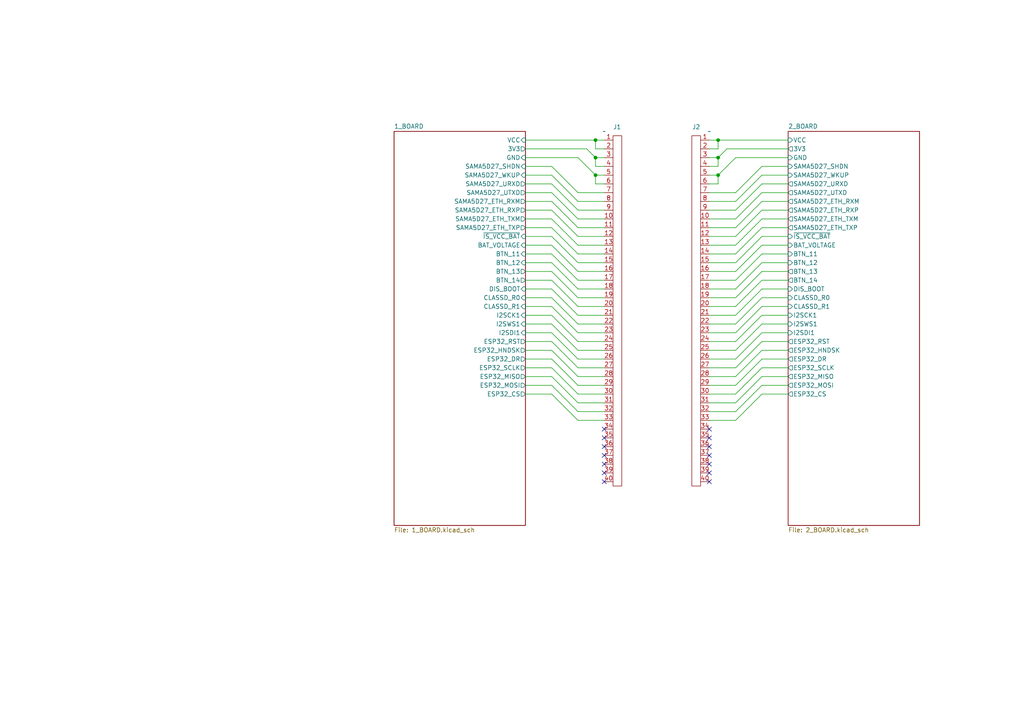
<source format=kicad_sch>
(kicad_sch (version 20230121) (generator eeschema)
  (paper "A4")
  (lib_symbols
    (symbol "a5d27_handheld_console:CONN_FEMALE" (pin_names hide)
      (property "Reference" "J" (at 0 40.005 0))
      (symbol "CONN_FEMALE_0_1"
        (rectangle (start 1.27 38.1) (end 3.81 -63.5))
      )
      (symbol "CONN_FEMALE_1_1"
        (pin input line (at -1.27 36.83 0) (length 2.54) (name "") (number "1"))
        (pin input line (at -1.27 13.97 0) (length 2.54) (name "") (number "10"))
        (pin input line (at -1.27 11.43 0) (length 2.54) (name "") (number "11"))
        (pin input line (at -1.27 8.89 0) (length 2.54) (name "") (number "12"))
        (pin input line (at -1.27 6.35 0) (length 2.54) (name "") (number "13"))
        (pin input line (at -1.27 3.81 0) (length 2.54) (name "") (number "14"))
        (pin input line (at -1.27 1.27 0) (length 2.54) (name "") (number "15"))
        (pin input line (at -1.27 -1.27 0) (length 2.54) (name "") (number "16"))
        (pin input line (at -1.27 -3.81 0) (length 2.54) (name "") (number "17"))
        (pin input line (at -1.27 -6.35 0) (length 2.54) (name "") (number "18"))
        (pin input line (at -1.27 -8.89 0) (length 2.54) (name "") (number "19"))
        (pin input line (at -1.27 34.29 0) (length 2.54) (name "") (number "2"))
        (pin input line (at -1.27 -11.43 0) (length 2.54) (name "") (number "20"))
        (pin input line (at -1.27 -13.97 0) (length 2.54) (name "") (number "21"))
        (pin input line (at -1.27 -16.51 0) (length 2.54) (name "") (number "22"))
        (pin input line (at -1.27 -19.05 0) (length 2.54) (name "") (number "23"))
        (pin input line (at -1.27 -21.59 0) (length 2.54) (name "") (number "24"))
        (pin input line (at -1.27 -24.13 0) (length 2.54) (name "") (number "25"))
        (pin input line (at -1.27 -26.67 0) (length 2.54) (name "") (number "26"))
        (pin input line (at -1.27 -29.21 0) (length 2.54) (name "") (number "27"))
        (pin input line (at -1.27 -31.75 0) (length 2.54) (name "") (number "28"))
        (pin input line (at -1.27 -34.29 0) (length 2.54) (name "") (number "29"))
        (pin input line (at -1.27 31.75 0) (length 2.54) (name "") (number "3"))
        (pin input line (at -1.27 -36.83 0) (length 2.54) (name "") (number "30"))
        (pin input line (at -1.27 -39.37 0) (length 2.54) (name "") (number "31"))
        (pin input line (at -1.27 -41.91 0) (length 2.54) (name "") (number "32"))
        (pin input line (at -1.27 -44.45 0) (length 2.54) (name "") (number "33"))
        (pin input line (at -1.27 -46.99 0) (length 2.54) (name "") (number "34"))
        (pin input line (at -1.27 -49.53 0) (length 2.54) (name "") (number "35"))
        (pin input line (at -1.27 -52.07 0) (length 2.54) (name "") (number "36"))
        (pin input line (at -1.27 -54.61 0) (length 2.54) (name "") (number "37"))
        (pin input line (at -1.27 -57.15 0) (length 2.54) (name "") (number "38"))
        (pin input line (at -1.27 -59.69 0) (length 2.54) (name "") (number "39"))
        (pin input line (at -1.27 29.21 0) (length 2.54) (name "") (number "4"))
        (pin input line (at -1.27 -62.23 0) (length 2.54) (name "") (number "40"))
        (pin input line (at -1.27 26.67 0) (length 2.54) (name "") (number "5"))
        (pin input line (at -1.27 24.13 0) (length 2.54) (name "") (number "6"))
        (pin input line (at -1.27 21.59 0) (length 2.54) (name "") (number "7"))
        (pin input line (at -1.27 19.05 0) (length 2.54) (name "") (number "8"))
        (pin input line (at -1.27 16.51 0) (length 2.54) (name "") (number "9"))
      )
    )
    (symbol "a5d27_handheld_console:CONN_MALE" (pin_names hide)
      (property "Reference" "J" (at 0 40.005 0))
      (symbol "CONN_MALE_0_1"
        (rectangle (start 1.27 38.1) (end 3.81 -63.5))
      )
      (symbol "CONN_MALE_1_1"
        (pin input line (at -1.27 36.83 0) (length 2.54) (name "") (number "1"))
        (pin input line (at -1.27 13.97 0) (length 2.54) (name "") (number "10"))
        (pin input line (at -1.27 11.43 0) (length 2.54) (name "") (number "11"))
        (pin input line (at -1.27 8.89 0) (length 2.54) (name "") (number "12"))
        (pin input line (at -1.27 6.35 0) (length 2.54) (name "") (number "13"))
        (pin input line (at -1.27 3.81 0) (length 2.54) (name "") (number "14"))
        (pin input line (at -1.27 1.27 0) (length 2.54) (name "") (number "15"))
        (pin input line (at -1.27 -1.27 0) (length 2.54) (name "") (number "16"))
        (pin input line (at -1.27 -3.81 0) (length 2.54) (name "") (number "17"))
        (pin input line (at -1.27 -6.35 0) (length 2.54) (name "") (number "18"))
        (pin input line (at -1.27 -8.89 0) (length 2.54) (name "") (number "19"))
        (pin input line (at -1.27 34.29 0) (length 2.54) (name "") (number "2"))
        (pin input line (at -1.27 -11.43 0) (length 2.54) (name "") (number "20"))
        (pin input line (at -1.27 -13.97 0) (length 2.54) (name "") (number "21"))
        (pin input line (at -1.27 -16.51 0) (length 2.54) (name "") (number "22"))
        (pin input line (at -1.27 -19.05 0) (length 2.54) (name "") (number "23"))
        (pin input line (at -1.27 -21.59 0) (length 2.54) (name "") (number "24"))
        (pin input line (at -1.27 -24.13 0) (length 2.54) (name "") (number "25"))
        (pin input line (at -1.27 -26.67 0) (length 2.54) (name "") (number "26"))
        (pin input line (at -1.27 -29.21 0) (length 2.54) (name "") (number "27"))
        (pin input line (at -1.27 -31.75 0) (length 2.54) (name "") (number "28"))
        (pin input line (at -1.27 -34.29 0) (length 2.54) (name "") (number "29"))
        (pin input line (at -1.27 31.75 0) (length 2.54) (name "") (number "3"))
        (pin input line (at -1.27 -36.83 0) (length 2.54) (name "") (number "30"))
        (pin input line (at -1.27 -39.37 0) (length 2.54) (name "") (number "31"))
        (pin input line (at -1.27 -41.91 0) (length 2.54) (name "") (number "32"))
        (pin input line (at -1.27 -44.45 0) (length 2.54) (name "") (number "33"))
        (pin input line (at -1.27 -46.99 0) (length 2.54) (name "") (number "34"))
        (pin input line (at -1.27 -49.53 0) (length 2.54) (name "") (number "35"))
        (pin input line (at -1.27 -52.07 0) (length 2.54) (name "") (number "36"))
        (pin input line (at -1.27 -54.61 0) (length 2.54) (name "") (number "37"))
        (pin input line (at -1.27 -57.15 0) (length 2.54) (name "") (number "38"))
        (pin input line (at -1.27 -59.69 0) (length 2.54) (name "") (number "39"))
        (pin input line (at -1.27 29.21 0) (length 2.54) (name "") (number "4"))
        (pin input line (at -1.27 -62.23 0) (length 2.54) (name "") (number "40"))
        (pin input line (at -1.27 26.67 0) (length 2.54) (name "") (number "5"))
        (pin input line (at -1.27 24.13 0) (length 2.54) (name "") (number "6"))
        (pin input line (at -1.27 21.59 0) (length 2.54) (name "") (number "7"))
        (pin input line (at -1.27 19.05 0) (length 2.54) (name "") (number "8"))
        (pin input line (at -1.27 16.51 0) (length 2.54) (name "") (number "9"))
      )
    )
  )
  (junction (at 208.28 40.64))
  (junction (at 172.72 50.8))
  (junction (at 208.28 45.72))
  (junction (at 172.72 40.64))
  (junction (at 208.28 50.8))
  (junction (at 172.72 45.72))
  (no_connect (at 205.74 134.62))
  (no_connect (at 175.26 132.08))
  (no_connect (at 175.26 129.54))
  (no_connect (at 175.26 139.7))
  (no_connect (at 205.74 124.46))
  (no_connect (at 205.74 139.7))
  (no_connect (at 205.74 137.16))
  (no_connect (at 175.26 137.16))
  (no_connect (at 175.26 134.62))
  (no_connect (at 175.26 124.46))
  (no_connect (at 205.74 127))
  (no_connect (at 205.74 129.54))
  (no_connect (at 205.74 132.08))
  (no_connect (at 175.26 127))
  (wire (pts (xy 205.74 40.64) (xy 208.28 40.64)))
  (wire (pts (xy 220.98 55.88) (xy 228.6 55.88)))
  (wire (pts (xy 175.26 119.38) (xy 167.64 119.38)))
  (wire (pts (xy 175.26 86.36) (xy 167.64 86.36)))
  (wire (pts (xy 175.26 40.64) (xy 172.72 40.64)))
  (wire (pts (xy 213.36 86.36) (xy 220.98 78.74)))
  (wire (pts (xy 175.26 55.88) (xy 167.64 55.88)))
  (wire (pts (xy 172.72 45.72) (xy 170.18 43.18)))
  (wire (pts (xy 167.64 66.04) (xy 160.02 58.42)))
  (wire (pts (xy 172.72 50.8) (xy 172.72 53.34)))
  (wire (pts (xy 172.72 45.72) (xy 172.72 48.26)))
  (wire (pts (xy 208.28 45.72) (xy 210.82 43.18)))
  (wire (pts (xy 213.36 58.42) (xy 220.98 50.8)))
  (wire (pts (xy 167.64 91.44) (xy 160.02 83.82)))
  (wire (pts (xy 160.02 76.2) (xy 152.4 76.2)))
  (wire (pts (xy 175.26 78.74) (xy 167.64 78.74)))
  (wire (pts (xy 220.98 58.42) (xy 228.6 58.42)))
  (wire (pts (xy 220.98 101.6) (xy 228.6 101.6)))
  (wire (pts (xy 205.74 101.6) (xy 213.36 101.6)))
  (wire (pts (xy 175.26 104.14) (xy 167.64 104.14)))
  (wire (pts (xy 220.98 96.52) (xy 228.6 96.52)))
  (wire (pts (xy 175.26 63.5) (xy 167.64 63.5)))
  (wire (pts (xy 205.74 119.38) (xy 213.36 119.38)))
  (wire (pts (xy 175.26 96.52) (xy 167.64 96.52)))
  (wire (pts (xy 205.74 88.9) (xy 213.36 88.9)))
  (wire (pts (xy 205.74 86.36) (xy 213.36 86.36)))
  (wire (pts (xy 167.64 111.76) (xy 160.02 104.14)))
  (wire (pts (xy 210.82 43.18) (xy 228.6 43.18)))
  (wire (pts (xy 160.02 66.04) (xy 152.4 66.04)))
  (wire (pts (xy 205.74 111.76) (xy 213.36 111.76)))
  (wire (pts (xy 175.26 91.44) (xy 167.64 91.44)))
  (wire (pts (xy 160.02 48.26) (xy 152.4 48.26)))
  (wire (pts (xy 175.26 121.92) (xy 167.64 121.92)))
  (wire (pts (xy 160.02 53.34) (xy 152.4 53.34)))
  (wire (pts (xy 175.26 66.04) (xy 167.64 66.04)))
  (wire (pts (xy 220.98 83.82) (xy 228.6 83.82)))
  (wire (pts (xy 220.98 91.44) (xy 228.6 91.44)))
  (wire (pts (xy 175.26 114.3) (xy 167.64 114.3)))
  (wire (pts (xy 167.64 104.14) (xy 160.02 96.52)))
  (wire (pts (xy 220.98 93.98) (xy 228.6 93.98)))
  (wire (pts (xy 205.74 114.3) (xy 213.36 114.3)))
  (wire (pts (xy 213.36 114.3) (xy 220.98 106.68)))
  (wire (pts (xy 172.72 40.64) (xy 172.72 43.18)))
  (wire (pts (xy 160.02 104.14) (xy 152.4 104.14)))
  (wire (pts (xy 175.26 60.96) (xy 167.64 60.96)))
  (wire (pts (xy 175.26 109.22) (xy 167.64 109.22)))
  (wire (pts (xy 167.64 68.58) (xy 160.02 60.96)))
  (wire (pts (xy 175.26 45.72) (xy 172.72 45.72)))
  (wire (pts (xy 213.36 99.06) (xy 220.98 91.44)))
  (wire (pts (xy 213.36 119.38) (xy 220.98 111.76)))
  (wire (pts (xy 213.36 60.96) (xy 220.98 53.34)))
  (wire (pts (xy 213.36 71.12) (xy 220.98 63.5)))
  (wire (pts (xy 205.74 83.82) (xy 213.36 83.82)))
  (wire (pts (xy 160.02 81.28) (xy 152.4 81.28)))
  (wire (pts (xy 175.26 88.9) (xy 167.64 88.9)))
  (wire (pts (xy 220.98 76.2) (xy 228.6 76.2)))
  (wire (pts (xy 205.74 58.42) (xy 213.36 58.42)))
  (wire (pts (xy 167.64 114.3) (xy 160.02 106.68)))
  (wire (pts (xy 175.26 48.26) (xy 172.72 48.26)))
  (wire (pts (xy 175.26 68.58) (xy 167.64 68.58)))
  (wire (pts (xy 220.98 106.68) (xy 228.6 106.68)))
  (wire (pts (xy 160.02 114.3) (xy 152.4 114.3)))
  (wire (pts (xy 160.02 93.98) (xy 152.4 93.98)))
  (wire (pts (xy 205.74 78.74) (xy 213.36 78.74)))
  (wire (pts (xy 175.26 111.76) (xy 167.64 111.76)))
  (wire (pts (xy 213.36 101.6) (xy 220.98 93.98)))
  (wire (pts (xy 213.36 63.5) (xy 220.98 55.88)))
  (wire (pts (xy 167.64 78.74) (xy 160.02 71.12)))
  (wire (pts (xy 220.98 73.66) (xy 228.6 73.66)))
  (wire (pts (xy 205.74 93.98) (xy 213.36 93.98)))
  (wire (pts (xy 220.98 114.3) (xy 228.6 114.3)))
  (wire (pts (xy 167.64 76.2) (xy 160.02 68.58)))
  (wire (pts (xy 213.36 91.44) (xy 220.98 83.82)))
  (wire (pts (xy 220.98 99.06) (xy 228.6 99.06)))
  (wire (pts (xy 213.36 96.52) (xy 220.98 88.9)))
  (wire (pts (xy 167.64 121.92) (xy 160.02 114.3)))
  (wire (pts (xy 160.02 60.96) (xy 152.4 60.96)))
  (wire (pts (xy 220.98 81.28) (xy 228.6 81.28)))
  (wire (pts (xy 160.02 88.9) (xy 152.4 88.9)))
  (wire (pts (xy 220.98 109.22) (xy 228.6 109.22)))
  (wire (pts (xy 213.36 109.22) (xy 220.98 101.6)))
  (wire (pts (xy 213.36 83.82) (xy 220.98 76.2)))
  (wire (pts (xy 175.26 58.42) (xy 167.64 58.42)))
  (wire (pts (xy 208.28 40.64) (xy 208.28 43.18)))
  (wire (pts (xy 160.02 99.06) (xy 152.4 99.06)))
  (wire (pts (xy 160.02 83.82) (xy 152.4 83.82)))
  (wire (pts (xy 205.74 55.88) (xy 213.36 55.88)))
  (wire (pts (xy 220.98 71.12) (xy 228.6 71.12)))
  (wire (pts (xy 175.26 116.84) (xy 167.64 116.84)))
  (wire (pts (xy 167.64 86.36) (xy 160.02 78.74)))
  (wire (pts (xy 175.26 76.2) (xy 167.64 76.2)))
  (wire (pts (xy 220.98 48.26) (xy 228.6 48.26)))
  (wire (pts (xy 205.74 53.34) (xy 208.28 53.34)))
  (wire (pts (xy 167.64 96.52) (xy 160.02 88.9)))
  (wire (pts (xy 220.98 88.9) (xy 228.6 88.9)))
  (wire (pts (xy 160.02 78.74) (xy 152.4 78.74)))
  (wire (pts (xy 213.36 73.66) (xy 220.98 66.04)))
  (wire (pts (xy 205.74 109.22) (xy 213.36 109.22)))
  (wire (pts (xy 213.36 106.68) (xy 220.98 99.06)))
  (wire (pts (xy 213.36 111.76) (xy 220.98 104.14)))
  (wire (pts (xy 160.02 101.6) (xy 152.4 101.6)))
  (wire (pts (xy 205.74 121.92) (xy 213.36 121.92)))
  (wire (pts (xy 220.98 50.8) (xy 228.6 50.8)))
  (wire (pts (xy 175.26 71.12) (xy 167.64 71.12)))
  (wire (pts (xy 213.36 68.58) (xy 220.98 60.96)))
  (wire (pts (xy 175.26 81.28) (xy 167.64 81.28)))
  (wire (pts (xy 208.28 40.64) (xy 228.6 40.64)))
  (wire (pts (xy 205.74 76.2) (xy 213.36 76.2)))
  (wire (pts (xy 213.36 104.14) (xy 220.98 96.52)))
  (wire (pts (xy 167.64 60.96) (xy 160.02 53.34)))
  (wire (pts (xy 220.98 63.5) (xy 228.6 63.5)))
  (wire (pts (xy 220.98 60.96) (xy 228.6 60.96)))
  (wire (pts (xy 167.64 99.06) (xy 160.02 91.44)))
  (wire (pts (xy 220.98 66.04) (xy 228.6 66.04)))
  (wire (pts (xy 160.02 86.36) (xy 152.4 86.36)))
  (wire (pts (xy 167.64 63.5) (xy 160.02 55.88)))
  (wire (pts (xy 205.74 45.72) (xy 208.28 45.72)))
  (wire (pts (xy 205.74 50.8) (xy 208.28 50.8)))
  (wire (pts (xy 205.74 63.5) (xy 213.36 63.5)))
  (wire (pts (xy 208.28 50.8) (xy 208.28 53.34)))
  (wire (pts (xy 220.98 104.14) (xy 228.6 104.14)))
  (wire (pts (xy 167.64 88.9) (xy 160.02 81.28)))
  (wire (pts (xy 213.36 66.04) (xy 220.98 58.42)))
  (wire (pts (xy 167.64 119.38) (xy 160.02 111.76)))
  (wire (pts (xy 220.98 53.34) (xy 228.6 53.34)))
  (wire (pts (xy 213.36 55.88) (xy 220.98 48.26)))
  (wire (pts (xy 167.64 83.82) (xy 160.02 76.2)))
  (wire (pts (xy 220.98 78.74) (xy 228.6 78.74)))
  (wire (pts (xy 208.28 45.72) (xy 208.28 48.26)))
  (wire (pts (xy 205.74 106.68) (xy 213.36 106.68)))
  (wire (pts (xy 160.02 68.58) (xy 152.4 68.58)))
  (wire (pts (xy 205.74 96.52) (xy 213.36 96.52)))
  (wire (pts (xy 213.36 116.84) (xy 220.98 109.22)))
  (wire (pts (xy 213.36 93.98) (xy 220.98 86.36)))
  (wire (pts (xy 172.72 40.64) (xy 152.4 40.64)))
  (wire (pts (xy 175.26 101.6) (xy 167.64 101.6)))
  (wire (pts (xy 205.74 68.58) (xy 213.36 68.58)))
  (wire (pts (xy 175.26 53.34) (xy 172.72 53.34)))
  (wire (pts (xy 167.64 73.66) (xy 160.02 66.04)))
  (wire (pts (xy 213.36 81.28) (xy 220.98 73.66)))
  (wire (pts (xy 160.02 55.88) (xy 152.4 55.88)))
  (wire (pts (xy 208.28 50.8) (xy 213.36 45.72)))
  (wire (pts (xy 220.98 111.76) (xy 228.6 111.76)))
  (wire (pts (xy 160.02 111.76) (xy 152.4 111.76)))
  (wire (pts (xy 160.02 106.68) (xy 152.4 106.68)))
  (wire (pts (xy 205.74 71.12) (xy 213.36 71.12)))
  (wire (pts (xy 172.72 50.8) (xy 167.64 45.72)))
  (wire (pts (xy 205.74 116.84) (xy 213.36 116.84)))
  (wire (pts (xy 167.64 81.28) (xy 160.02 73.66)))
  (wire (pts (xy 160.02 58.42) (xy 152.4 58.42)))
  (wire (pts (xy 213.36 88.9) (xy 220.98 81.28)))
  (wire (pts (xy 167.64 58.42) (xy 160.02 50.8)))
  (wire (pts (xy 167.64 106.68) (xy 160.02 99.06)))
  (wire (pts (xy 175.26 43.18) (xy 172.72 43.18)))
  (wire (pts (xy 175.26 93.98) (xy 167.64 93.98)))
  (wire (pts (xy 160.02 109.22) (xy 152.4 109.22)))
  (wire (pts (xy 167.64 116.84) (xy 160.02 109.22)))
  (wire (pts (xy 175.26 106.68) (xy 167.64 106.68)))
  (wire (pts (xy 167.64 109.22) (xy 160.02 101.6)))
  (wire (pts (xy 213.36 45.72) (xy 228.6 45.72)))
  (wire (pts (xy 213.36 78.74) (xy 220.98 71.12)))
  (wire (pts (xy 167.64 93.98) (xy 160.02 86.36)))
  (wire (pts (xy 175.26 50.8) (xy 172.72 50.8)))
  (wire (pts (xy 160.02 73.66) (xy 152.4 73.66)))
  (wire (pts (xy 175.26 73.66) (xy 167.64 73.66)))
  (wire (pts (xy 152.4 43.18) (xy 170.18 43.18)))
  (wire (pts (xy 160.02 71.12) (xy 152.4 71.12)))
  (wire (pts (xy 205.74 60.96) (xy 213.36 60.96)))
  (wire (pts (xy 205.74 99.06) (xy 213.36 99.06)))
  (wire (pts (xy 152.4 45.72) (xy 167.64 45.72)))
  (wire (pts (xy 167.64 55.88) (xy 160.02 48.26)))
  (wire (pts (xy 175.26 83.82) (xy 167.64 83.82)))
  (wire (pts (xy 167.64 101.6) (xy 160.02 93.98)))
  (wire (pts (xy 160.02 96.52) (xy 152.4 96.52)))
  (wire (pts (xy 167.64 71.12) (xy 160.02 63.5)))
  (wire (pts (xy 220.98 68.58) (xy 228.6 68.58)))
  (wire (pts (xy 160.02 91.44) (xy 152.4 91.44)))
  (wire (pts (xy 205.74 81.28) (xy 213.36 81.28)))
  (wire (pts (xy 175.26 99.06) (xy 167.64 99.06)))
  (wire (pts (xy 205.74 48.26) (xy 208.28 48.26)))
  (wire (pts (xy 205.74 73.66) (xy 213.36 73.66)))
  (wire (pts (xy 160.02 63.5) (xy 152.4 63.5)))
  (wire (pts (xy 213.36 76.2) (xy 220.98 68.58)))
  (wire (pts (xy 205.74 104.14) (xy 213.36 104.14)))
  (wire (pts (xy 220.98 86.36) (xy 228.6 86.36)))
  (wire (pts (xy 205.74 91.44) (xy 213.36 91.44)))
  (wire (pts (xy 160.02 50.8) (xy 152.4 50.8)))
  (wire (pts (xy 213.36 121.92) (xy 220.98 114.3)))
  (wire (pts (xy 205.74 43.18) (xy 208.28 43.18)))
  (wire (pts (xy 205.74 66.04) (xy 213.36 66.04)))
  (symbol (lib_id "a5d27_handheld_console:CONN_MALE") (at 176.53 77.47 0) (unit 1)
    (property "Reference" "J1" (at 177.8 36.83 0) (effects (justify left)))
    (property "Value" "~" (at 175.26 38.1 0))
    (property "Footprint" "a5d27_handheld_console:CONN_MALE" (effects hide))
  )
  (symbol (lib_id "a5d27_handheld_console:CONN_FEMALE") (at 204.47 77.47 0) (mirror y) (unit 1)
    (property "Reference" "J2" (at 201.93 36.83 0))
    (property "Value" "~" (at 205.74 38.1 0))
    (property "Footprint" "a5d27_handheld_console:CONN_FEMALE" (effects hide))
  )
  (sheet (at 228.6 38.1) (size 38.1 114.3) (stroke (width 0.1524))
    (property "Sheetname" "2_BOARD" (at 228.6 37.3884 0) (effects (justify left bottom)))
    (property "Sheetfile" "2_BOARD.kicad_sch" (at 228.6 152.9846 0) (effects (justify left top)))
    (pin "SAMA5D27_UTXD" output (at 228.6 55.88 180))
    (pin "SAMA5D27_URXD" output (at 228.6 53.34 180))
    (pin "VCC" input (at 228.6 40.64 180))
    (pin "BTN_11" input (at 228.6 73.66 180))
    (pin "~{IS_VCC_BAT}" input (at 228.6 68.58 180))
    (pin "SAMA5D27_ETH_RXP" output (at 228.6 60.96 180))
    (pin "SAMA5D27_ETH_RXM" output (at 228.6 58.42 180))
    (pin "SAMA5D27_ETH_TXP" output (at 228.6 66.04 180))
    (pin "SAMA5D27_ETH_TXM" output (at 228.6 63.5 180))
    (pin "BAT_VOLTAGE" input (at 228.6 71.12 180))
    (pin "3V3" output (at 228.6 43.18 180))
    (pin "SAMA5D27_WKUP" input (at 228.6 50.8 180))
    (pin "GND" input (at 228.6 45.72 180))
    (pin "SAMA5D27_SHDN" input (at 228.6 48.26 180))
    (pin "DIS_BOOT" input (at 228.6 83.82 180))
    (pin "BTN_12" input (at 228.6 76.2 180))
    (pin "BTN_13" output (at 228.6 78.74 180))
    (pin "BTN_14" output (at 228.6 81.28 180))
    (pin "CLASSD_R0" input (at 228.6 86.36 180))
    (pin "I2SCK1" input (at 228.6 91.44 180))
    (pin "CLASSD_R1" input (at 228.6 88.9 180))
    (pin "I2SDI1" input (at 228.6 96.52 180))
    (pin "I2SWS1" input (at 228.6 93.98 180))
    (pin "ESP32_HNDSK" output (at 228.6 101.6 180))
    (pin "ESP32_RST" output (at 228.6 99.06 180))
    (pin "ESP32_MOSI" output (at 228.6 111.76 180))
    (pin "ESP32_CS" output (at 228.6 114.3 180))
    (pin "ESP32_SCLK" output (at 228.6 106.68 180))
    (pin "ESP32_DR" output (at 228.6 104.14 180))
    (pin "ESP32_MISO" output (at 228.6 109.22 180))
  )
  (sheet (at 114.3 38.1) (size 38.1 114.3) (stroke (width 0.1524))
    (property "Sheetname" "1_BOARD" (at 114.3 37.3884 0) (effects (justify left bottom)))
    (property "Sheetfile" "1_BOARD.kicad_sch" (at 114.3 152.9846 0) (effects (justify left top)))
    (pin "GND" input (at 152.4 45.72 0))
    (pin "3V3" output (at 152.4 43.18 0))
    (pin "~{IS_VCC_BAT}" input (at 152.4 68.58 0))
    (pin "BTN_12" input (at 152.4 76.2 0))
    (pin "BTN_11" input (at 152.4 73.66 0))
    (pin "VCC" input (at 152.4 40.64 0))
    (pin "BAT_VOLTAGE" input (at 152.4 71.12 0))
    (pin "DIS_BOOT" input (at 152.4 83.82 0))
    (pin "SAMA5D27_ETH_TXP" output (at 152.4 66.04 0))
    (pin "SAMA5D27_UTXD" output (at 152.4 55.88 0))
    (pin "SAMA5D27_ETH_RXM" output (at 152.4 58.42 0))
    (pin "SAMA5D27_ETH_RXP" output (at 152.4 60.96 0))
    (pin "SAMA5D27_ETH_TXM" output (at 152.4 63.5 0))
    (pin "SAMA5D27_SHDN" input (at 152.4 48.26 0))
    (pin "SAMA5D27_WKUP" input (at 152.4 50.8 0))
    (pin "SAMA5D27_URXD" output (at 152.4 53.34 0))
    (pin "BTN_14" output (at 152.4 81.28 0))
    (pin "BTN_13" output (at 152.4 78.74 0))
    (pin "I2SWS1" input (at 152.4 93.98 0))
    (pin "CLASSD_R0" input (at 152.4 86.36 0))
    (pin "CLASSD_R1" input (at 152.4 88.9 0))
    (pin "I2SCK1" input (at 152.4 91.44 0))
    (pin "I2SDI1" input (at 152.4 96.52 0))
    (pin "ESP32_RST" output (at 152.4 99.06 0))
    (pin "ESP32_DR" output (at 152.4 104.14 0))
    (pin "ESP32_SCLK" output (at 152.4 106.68 0))
    (pin "ESP32_HNDSK" output (at 152.4 101.6 0))
    (pin "ESP32_CS" output (at 152.4 114.3 0))
    (pin "ESP32_MOSI" output (at 152.4 111.76 0))
    (pin "ESP32_MISO" output (at 152.4 109.22 0))
  )
)
</source>
